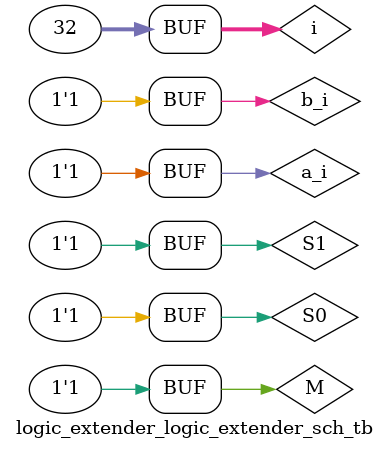
<source format=v>

`timescale 1ns / 1ps

module logic_extender_logic_extender_sch_tb();

// Inputs
   reg a_i =0;
   reg b_i =0;
   reg S0 =0;
   reg S1 =0;
   reg M =0;
	integer i = 0;
	parameter num_inputs = 5;
	parameter max_count = (1<<num_inputs);

// Output
   wire x_i;

// Bidirs

// Instantiate the UUT
   logic_extender UUT (
		.a_i(a_i), 
		.b_i(b_i), 
		.S0(S0), 
		.S1(S1), 
		.M(M), 
		.x_i(x_i)
   );
// Initialize Inputs
initial begin
   #100; //Wait 100ns for initial inputs to settle.
	for (i=0; i<max_count; i=i+1)
		begin
			{M,S1,S0,a_i,b_i} = i; //Cycle through all 5 input combinations.
			#100; //Wait 100ns. How many combinations won't be
		end //tested because of the 3000ns time constraint?
	end
endmodule

</source>
